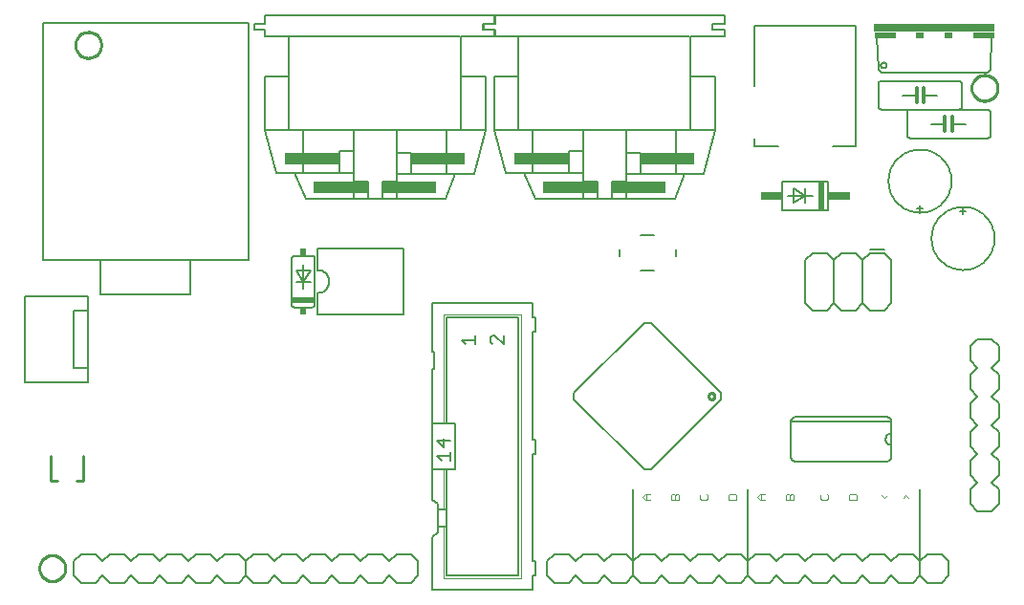
<source format=gto>
G75*
G70*
%OFA0B0*%
%FSLAX24Y24*%
%IPPOS*%
%LPD*%
%AMOC8*
5,1,8,0,0,1.08239X$1,22.5*
%
%ADD10C,0.0040*%
%ADD11C,0.0100*%
%ADD12C,0.0080*%
%ADD13C,0.0060*%
%ADD14C,0.0050*%
%ADD15R,0.4200X0.0300*%
%ADD16R,0.0750X0.0200*%
%ADD17R,0.0300X0.0200*%
%ADD18R,0.0200X0.1000*%
%ADD19R,0.0750X0.0300*%
%ADD20C,0.0120*%
%ADD21R,0.0800X0.0200*%
%ADD22R,0.0200X0.0250*%
%ADD23R,0.1900X0.0400*%
%ADD24C,0.0020*%
D10*
X021658Y003428D02*
X021752Y003521D01*
X021939Y003521D01*
X021798Y003521D02*
X021798Y003335D01*
X021752Y003335D02*
X021658Y003428D01*
X021752Y003335D02*
X021939Y003335D01*
X022658Y003335D02*
X022658Y003475D01*
X022705Y003521D01*
X022752Y003521D01*
X022798Y003475D01*
X022798Y003335D01*
X022658Y003335D02*
X022939Y003335D01*
X022939Y003475D01*
X022892Y003521D01*
X022845Y003521D01*
X022798Y003475D01*
X023658Y003475D02*
X023658Y003381D01*
X023705Y003335D01*
X023892Y003335D01*
X023939Y003381D01*
X023939Y003475D01*
X023892Y003521D01*
X023705Y003521D02*
X023658Y003475D01*
X024658Y003475D02*
X024658Y003335D01*
X024939Y003335D01*
X024939Y003475D01*
X024892Y003521D01*
X024705Y003521D01*
X024658Y003475D01*
X025658Y003428D02*
X025752Y003521D01*
X025939Y003521D01*
X025798Y003521D02*
X025798Y003335D01*
X025752Y003335D02*
X025658Y003428D01*
X025752Y003335D02*
X025939Y003335D01*
X026658Y003335D02*
X026658Y003475D01*
X026705Y003521D01*
X026752Y003521D01*
X026798Y003475D01*
X026798Y003335D01*
X026658Y003335D02*
X026939Y003335D01*
X026939Y003475D01*
X026892Y003521D01*
X026845Y003521D01*
X026798Y003475D01*
X027846Y003475D02*
X027846Y003381D01*
X027893Y003335D01*
X028079Y003335D01*
X028126Y003381D01*
X028126Y003475D01*
X028079Y003521D01*
X027893Y003521D02*
X027846Y003475D01*
X028846Y003475D02*
X028846Y003335D01*
X029126Y003335D01*
X029126Y003475D01*
X029079Y003521D01*
X028893Y003521D01*
X028846Y003475D01*
X030002Y003483D02*
X030095Y003389D01*
X030189Y003483D01*
X030746Y003389D02*
X030840Y003482D01*
X030933Y003389D01*
D11*
X000633Y000940D02*
X000635Y000982D01*
X000641Y001024D01*
X000651Y001065D01*
X000664Y001105D01*
X000682Y001144D01*
X000703Y001181D01*
X000727Y001215D01*
X000754Y001247D01*
X000784Y001277D01*
X000817Y001304D01*
X000852Y001327D01*
X000890Y001347D01*
X000929Y001363D01*
X000969Y001376D01*
X001010Y001385D01*
X001052Y001390D01*
X001095Y001391D01*
X001137Y001388D01*
X001178Y001381D01*
X001219Y001370D01*
X001259Y001356D01*
X001297Y001337D01*
X001333Y001316D01*
X001368Y001291D01*
X001399Y001263D01*
X001428Y001232D01*
X001454Y001198D01*
X001476Y001162D01*
X001495Y001125D01*
X001511Y001085D01*
X001523Y001045D01*
X001531Y001003D01*
X001535Y000961D01*
X001535Y000919D01*
X001531Y000877D01*
X001523Y000835D01*
X001511Y000795D01*
X001495Y000755D01*
X001476Y000718D01*
X001454Y000682D01*
X001428Y000648D01*
X001399Y000617D01*
X001368Y000589D01*
X001333Y000564D01*
X001297Y000543D01*
X001259Y000524D01*
X001219Y000510D01*
X001178Y000499D01*
X001137Y000492D01*
X001095Y000489D01*
X001052Y000490D01*
X001010Y000495D01*
X000969Y000504D01*
X000929Y000517D01*
X000890Y000533D01*
X000852Y000553D01*
X000817Y000576D01*
X000784Y000603D01*
X000754Y000633D01*
X000727Y000665D01*
X000703Y000699D01*
X000682Y000736D01*
X000664Y000775D01*
X000651Y000815D01*
X000641Y000856D01*
X000635Y000898D01*
X000633Y000940D01*
X001013Y004001D02*
X001249Y004001D01*
X001013Y004001D02*
X001013Y004847D01*
X002154Y004847D02*
X002154Y004001D01*
X001918Y004001D01*
X023950Y006940D02*
X023952Y006960D01*
X023957Y006980D01*
X023967Y006998D01*
X023979Y007015D01*
X023994Y007029D01*
X024012Y007039D01*
X024031Y007047D01*
X024051Y007051D01*
X024071Y007051D01*
X024091Y007047D01*
X024110Y007039D01*
X024128Y007029D01*
X024143Y007015D01*
X024155Y006998D01*
X024165Y006980D01*
X024170Y006960D01*
X024172Y006940D01*
X024170Y006920D01*
X024165Y006900D01*
X024155Y006882D01*
X024143Y006865D01*
X024128Y006851D01*
X024110Y006841D01*
X024091Y006833D01*
X024071Y006829D01*
X024051Y006829D01*
X024031Y006833D01*
X024012Y006841D01*
X023994Y006851D01*
X023979Y006865D01*
X023967Y006882D01*
X023957Y006900D01*
X023952Y006920D01*
X023950Y006940D01*
X033133Y017690D02*
X033135Y017732D01*
X033141Y017774D01*
X033151Y017815D01*
X033164Y017855D01*
X033182Y017894D01*
X033203Y017931D01*
X033227Y017965D01*
X033254Y017997D01*
X033284Y018027D01*
X033317Y018054D01*
X033352Y018077D01*
X033390Y018097D01*
X033429Y018113D01*
X033469Y018126D01*
X033510Y018135D01*
X033552Y018140D01*
X033595Y018141D01*
X033637Y018138D01*
X033678Y018131D01*
X033719Y018120D01*
X033759Y018106D01*
X033797Y018087D01*
X033833Y018066D01*
X033868Y018041D01*
X033899Y018013D01*
X033928Y017982D01*
X033954Y017948D01*
X033976Y017912D01*
X033995Y017875D01*
X034011Y017835D01*
X034023Y017795D01*
X034031Y017753D01*
X034035Y017711D01*
X034035Y017669D01*
X034031Y017627D01*
X034023Y017585D01*
X034011Y017545D01*
X033995Y017505D01*
X033976Y017468D01*
X033954Y017432D01*
X033928Y017398D01*
X033899Y017367D01*
X033868Y017339D01*
X033833Y017314D01*
X033797Y017293D01*
X033759Y017274D01*
X033719Y017260D01*
X033678Y017249D01*
X033637Y017242D01*
X033595Y017239D01*
X033552Y017240D01*
X033510Y017245D01*
X033469Y017254D01*
X033429Y017267D01*
X033390Y017283D01*
X033352Y017303D01*
X033317Y017326D01*
X033284Y017353D01*
X033254Y017383D01*
X033227Y017415D01*
X033203Y017449D01*
X033182Y017486D01*
X033164Y017525D01*
X033151Y017565D01*
X033141Y017606D01*
X033135Y017648D01*
X033133Y017690D01*
X001883Y019190D02*
X001885Y019232D01*
X001891Y019274D01*
X001901Y019315D01*
X001914Y019355D01*
X001932Y019394D01*
X001953Y019431D01*
X001977Y019465D01*
X002004Y019497D01*
X002034Y019527D01*
X002067Y019554D01*
X002102Y019577D01*
X002140Y019597D01*
X002179Y019613D01*
X002219Y019626D01*
X002260Y019635D01*
X002302Y019640D01*
X002345Y019641D01*
X002387Y019638D01*
X002428Y019631D01*
X002469Y019620D01*
X002509Y019606D01*
X002547Y019587D01*
X002583Y019566D01*
X002618Y019541D01*
X002649Y019513D01*
X002678Y019482D01*
X002704Y019448D01*
X002726Y019412D01*
X002745Y019375D01*
X002761Y019335D01*
X002773Y019295D01*
X002781Y019253D01*
X002785Y019211D01*
X002785Y019169D01*
X002781Y019127D01*
X002773Y019085D01*
X002761Y019045D01*
X002745Y019005D01*
X002726Y018968D01*
X002704Y018932D01*
X002678Y018898D01*
X002649Y018867D01*
X002618Y018839D01*
X002583Y018814D01*
X002547Y018793D01*
X002509Y018774D01*
X002469Y018760D01*
X002428Y018749D01*
X002387Y018742D01*
X002345Y018739D01*
X002302Y018740D01*
X002260Y018745D01*
X002219Y018754D01*
X002179Y018767D01*
X002140Y018783D01*
X002102Y018803D01*
X002067Y018826D01*
X002034Y018853D01*
X002004Y018883D01*
X001977Y018915D01*
X001953Y018949D01*
X001932Y018986D01*
X001914Y019025D01*
X001901Y019065D01*
X001891Y019106D01*
X001885Y019148D01*
X001883Y019190D01*
D12*
X020849Y012058D02*
X020849Y011822D01*
X021597Y011310D02*
X022070Y011310D01*
X022818Y011822D02*
X022818Y012058D01*
X022070Y012570D02*
X021597Y012570D01*
X021722Y009501D02*
X021945Y009501D01*
X024395Y007051D01*
X024395Y006828D01*
X021945Y004379D01*
X021722Y004379D01*
X019272Y006828D01*
X019272Y007051D01*
X021722Y009501D01*
X027334Y010190D02*
X027584Y009940D01*
X028084Y009940D01*
X028334Y010190D01*
X028334Y011690D01*
X028084Y011940D01*
X027584Y011940D01*
X027334Y011690D01*
X027334Y010190D01*
X028334Y010190D02*
X028584Y009940D01*
X029084Y009940D01*
X029334Y010190D01*
X029334Y011690D01*
X029084Y011940D01*
X028584Y011940D01*
X028334Y011690D01*
X029334Y011690D02*
X029584Y011940D01*
X030084Y011940D01*
X030334Y011690D01*
X030334Y010190D01*
X030084Y009940D01*
X029584Y009940D01*
X029334Y010190D01*
X029584Y012072D02*
X030084Y012072D01*
X033334Y008940D02*
X033834Y008940D01*
X034084Y008690D01*
X034084Y008190D01*
X033834Y007940D01*
X034084Y007690D01*
X034084Y007190D01*
X033834Y006940D01*
X034084Y006690D01*
X034084Y006190D01*
X033834Y005940D01*
X034084Y005690D01*
X034084Y005190D01*
X033834Y004940D01*
X034084Y004690D01*
X034084Y004190D01*
X033834Y003940D01*
X034084Y003690D01*
X034084Y003190D01*
X033834Y002940D01*
X033334Y002940D01*
X033084Y003190D01*
X033084Y003690D01*
X033334Y003940D01*
X033084Y004190D01*
X033084Y004690D01*
X033334Y004940D01*
X033084Y005190D01*
X033084Y005690D01*
X033334Y005940D01*
X033084Y006190D01*
X033084Y006690D01*
X033334Y006940D01*
X033084Y007190D01*
X033084Y007690D01*
X033334Y007940D01*
X033084Y008190D01*
X033084Y008690D01*
X033334Y008940D01*
X031334Y003690D02*
X031334Y000690D01*
X031584Y000440D01*
X032084Y000440D01*
X032334Y000690D01*
X032334Y001190D01*
X032084Y001440D01*
X031584Y001440D01*
X031334Y001190D01*
X031084Y001440D01*
X030584Y001440D01*
X030334Y001190D01*
X030084Y001440D01*
X029584Y001440D01*
X029334Y001190D01*
X029084Y001440D01*
X028584Y001440D01*
X028334Y001190D01*
X028084Y001440D01*
X027584Y001440D01*
X027334Y001190D01*
X027084Y001440D01*
X026584Y001440D01*
X026334Y001190D01*
X026084Y001440D01*
X025584Y001440D01*
X025334Y001190D01*
X025334Y000690D01*
X025084Y000440D01*
X024584Y000440D01*
X024334Y000690D01*
X024084Y000440D01*
X023584Y000440D01*
X023334Y000690D01*
X023084Y000440D01*
X022584Y000440D01*
X022334Y000690D01*
X022084Y000440D01*
X021584Y000440D01*
X021334Y000690D01*
X021334Y001190D01*
X021584Y001440D01*
X022084Y001440D01*
X022334Y001190D01*
X022584Y001440D01*
X023084Y001440D01*
X023334Y001190D01*
X023584Y001440D01*
X024084Y001440D01*
X024334Y001190D01*
X024584Y001440D01*
X025084Y001440D01*
X025334Y001190D01*
X025334Y000690D01*
X025584Y000440D01*
X026084Y000440D01*
X026334Y000690D01*
X026584Y000440D01*
X027084Y000440D01*
X027334Y000690D01*
X027584Y000440D01*
X028084Y000440D01*
X028334Y000690D01*
X028584Y000440D01*
X029084Y000440D01*
X029334Y000690D01*
X029584Y000440D01*
X030084Y000440D01*
X030334Y000690D01*
X030584Y000440D01*
X031084Y000440D01*
X031334Y000690D01*
X025334Y001190D02*
X025334Y003690D01*
X021334Y003690D02*
X021334Y001190D01*
X021084Y001440D01*
X020584Y001440D01*
X020334Y001190D01*
X020084Y001440D01*
X019584Y001440D01*
X019334Y001190D01*
X019084Y001440D01*
X018584Y001440D01*
X018334Y001190D01*
X018334Y000690D01*
X018584Y000440D01*
X019084Y000440D01*
X019334Y000690D01*
X019584Y000440D01*
X020084Y000440D01*
X020334Y000690D01*
X020584Y000440D01*
X021084Y000440D01*
X021334Y000690D01*
X021334Y001190D01*
X013834Y001190D02*
X013834Y000690D01*
X013584Y000440D01*
X013084Y000440D01*
X012834Y000690D01*
X012584Y000440D01*
X012084Y000440D01*
X011834Y000690D01*
X011584Y000440D01*
X011084Y000440D01*
X010834Y000690D01*
X010584Y000440D01*
X010084Y000440D01*
X009834Y000690D01*
X009584Y000440D01*
X009084Y000440D01*
X008834Y000690D01*
X008584Y000440D01*
X008084Y000440D01*
X007834Y000690D01*
X007834Y001190D01*
X007584Y001440D01*
X007084Y001440D01*
X006834Y001190D01*
X006584Y001440D01*
X006084Y001440D01*
X005834Y001190D01*
X005584Y001440D01*
X005084Y001440D01*
X004834Y001190D01*
X004584Y001440D01*
X004084Y001440D01*
X003834Y001190D01*
X003584Y001440D01*
X003084Y001440D01*
X002834Y001190D01*
X002584Y001440D01*
X002084Y001440D01*
X001834Y001190D01*
X001834Y000690D01*
X002084Y000440D01*
X002584Y000440D01*
X002834Y000690D01*
X003084Y000440D01*
X003584Y000440D01*
X003834Y000690D01*
X004084Y000440D01*
X004584Y000440D01*
X004834Y000690D01*
X005084Y000440D01*
X005584Y000440D01*
X005834Y000690D01*
X006084Y000440D01*
X006584Y000440D01*
X006834Y000690D01*
X007084Y000440D01*
X007584Y000440D01*
X007834Y000690D01*
X007834Y001190D01*
X008084Y001440D01*
X008584Y001440D01*
X008834Y001190D01*
X009084Y001440D01*
X009584Y001440D01*
X009834Y001190D01*
X010084Y001440D01*
X010584Y001440D01*
X010834Y001190D01*
X011084Y001440D01*
X011584Y001440D01*
X011834Y001190D01*
X012084Y001440D01*
X012584Y001440D01*
X012834Y001190D01*
X013084Y001440D01*
X013584Y001440D01*
X013834Y001190D01*
X025562Y015646D02*
X025562Y015922D01*
X025562Y015646D02*
X026389Y015646D01*
X028278Y015646D02*
X029105Y015646D01*
X029105Y019859D01*
X025562Y019859D01*
X025562Y017772D01*
D13*
X024184Y018090D02*
X024184Y016240D01*
X023334Y016240D01*
X023334Y018090D01*
X024184Y018090D01*
X023334Y018090D02*
X023334Y019490D01*
X024534Y019490D01*
X024534Y019740D01*
X024084Y019740D01*
X024084Y019940D01*
X024534Y019940D01*
X024534Y020240D01*
X016484Y020240D01*
X016484Y019940D01*
X016134Y019940D01*
X016134Y019740D01*
X016484Y019740D01*
X016484Y019490D01*
X017334Y019490D01*
X023284Y019490D01*
X023334Y016240D02*
X021084Y016240D01*
X021084Y015440D01*
X021584Y015440D01*
X021584Y014690D01*
X022834Y014690D01*
X023134Y014690D01*
X023784Y014690D01*
X024184Y016240D01*
X022834Y016240D02*
X022834Y014690D01*
X023134Y014690D02*
X022784Y013840D01*
X021084Y013840D01*
X020584Y013840D01*
X020084Y013840D01*
X020084Y014440D01*
X019584Y014440D01*
X019584Y014740D01*
X019084Y014740D01*
X019084Y015490D01*
X019584Y015490D01*
X019584Y016240D01*
X021084Y016240D01*
X021084Y015440D02*
X021084Y014690D01*
X021084Y014440D01*
X020584Y014440D01*
X020584Y013840D01*
X020084Y013840D02*
X019584Y013840D01*
X019584Y014440D01*
X019584Y014740D02*
X019584Y015490D01*
X019084Y014740D02*
X017834Y014740D01*
X017834Y016240D01*
X017334Y016240D02*
X017334Y018090D01*
X016484Y018090D01*
X016484Y016240D01*
X017334Y016240D01*
X019584Y016240D01*
X021084Y014690D02*
X021584Y014690D01*
X021084Y014440D02*
X021084Y013840D01*
X019584Y013840D02*
X017934Y013840D01*
X017534Y014740D01*
X017834Y014740D01*
X017534Y014740D02*
X016884Y014740D01*
X016484Y016240D01*
X016184Y016240D02*
X015334Y016240D01*
X015334Y018090D01*
X016184Y018090D01*
X016184Y016240D01*
X015784Y014690D01*
X015134Y014690D01*
X014784Y013840D01*
X013084Y013840D01*
X012584Y013840D01*
X012084Y013840D01*
X012084Y014440D01*
X011584Y014440D01*
X011584Y014740D01*
X011084Y014740D01*
X011084Y015490D01*
X011584Y015490D01*
X011584Y016240D01*
X013084Y016240D01*
X013084Y015440D01*
X013584Y015440D01*
X013584Y014690D01*
X014834Y014690D01*
X015134Y014690D01*
X014834Y014690D02*
X014834Y016240D01*
X015334Y016240D02*
X013084Y016240D01*
X013084Y015440D02*
X013084Y014690D01*
X013084Y014440D01*
X012584Y014440D01*
X012584Y013840D01*
X013084Y013840D02*
X013084Y014440D01*
X013084Y014690D02*
X013584Y014690D01*
X012084Y013840D02*
X011584Y013840D01*
X011584Y014440D01*
X011584Y014740D02*
X011584Y015490D01*
X011084Y014740D02*
X009834Y014740D01*
X009834Y016240D01*
X009334Y016240D02*
X009334Y018090D01*
X008484Y018090D01*
X008484Y016240D01*
X009334Y016240D01*
X011584Y016240D01*
X009834Y014740D02*
X009534Y014740D01*
X008884Y014740D01*
X008484Y016240D01*
X009534Y014740D02*
X009934Y013840D01*
X011584Y013840D01*
X010334Y012090D02*
X010334Y011340D01*
X010084Y011340D02*
X009834Y010940D01*
X010084Y010940D01*
X010334Y010540D02*
X010373Y010542D01*
X010412Y010548D01*
X010450Y010557D01*
X010487Y010570D01*
X010523Y010587D01*
X010556Y010607D01*
X010588Y010631D01*
X010617Y010657D01*
X010643Y010686D01*
X010667Y010718D01*
X010687Y010751D01*
X010704Y010787D01*
X010717Y010824D01*
X010726Y010862D01*
X010732Y010901D01*
X010734Y010940D01*
X010732Y010979D01*
X010726Y011018D01*
X010717Y011056D01*
X010704Y011093D01*
X010687Y011129D01*
X010667Y011162D01*
X010643Y011194D01*
X010617Y011223D01*
X010588Y011249D01*
X010556Y011273D01*
X010523Y011293D01*
X010487Y011310D01*
X010450Y011323D01*
X010412Y011332D01*
X010373Y011338D01*
X010334Y011340D01*
X010084Y011340D02*
X009584Y011340D01*
X009834Y010940D01*
X009584Y010940D01*
X009834Y010940D02*
X009834Y010690D01*
X009834Y010940D02*
X009834Y011540D01*
X010134Y011840D02*
X010151Y011838D01*
X010168Y011834D01*
X010184Y011827D01*
X010198Y011817D01*
X010211Y011804D01*
X010221Y011790D01*
X010228Y011774D01*
X010232Y011757D01*
X010234Y011740D01*
X010234Y010140D01*
X010232Y010123D01*
X010228Y010106D01*
X010221Y010090D01*
X010211Y010076D01*
X010198Y010063D01*
X010184Y010053D01*
X010168Y010046D01*
X010151Y010042D01*
X010134Y010040D01*
X009534Y010040D01*
X009517Y010042D01*
X009500Y010046D01*
X009484Y010053D01*
X009470Y010063D01*
X009457Y010076D01*
X009447Y010090D01*
X009440Y010106D01*
X009436Y010123D01*
X009434Y010140D01*
X009434Y011740D01*
X009436Y011757D01*
X009440Y011774D01*
X009447Y011790D01*
X009457Y011804D01*
X009470Y011817D01*
X009484Y011827D01*
X009500Y011834D01*
X009517Y011838D01*
X009534Y011840D01*
X010134Y011840D01*
X010334Y012090D02*
X013334Y012090D01*
X013334Y009790D01*
X010334Y009790D01*
X010334Y010540D01*
X014334Y010190D02*
X014334Y008490D01*
X014384Y008490D01*
X014384Y007890D01*
X014334Y007890D01*
X014334Y005990D01*
X014734Y005990D01*
X014834Y005990D01*
X014834Y009690D01*
X017334Y009690D01*
X017334Y000690D01*
X014834Y000690D01*
X014834Y002390D01*
X014834Y002990D01*
X014834Y004390D01*
X014734Y004390D01*
X014334Y004390D01*
X014334Y005990D01*
X014834Y005990D02*
X015134Y005990D01*
X015134Y004390D01*
X014834Y004390D01*
X014334Y004390D02*
X014334Y003340D01*
X014534Y003190D01*
X014534Y002990D01*
X014534Y002390D01*
X014734Y002390D01*
X014834Y002390D01*
X014534Y002390D02*
X014534Y002190D01*
X014334Y002040D01*
X014334Y000190D01*
X017834Y000190D01*
X017834Y000690D01*
X017934Y000690D01*
X017934Y001190D01*
X017834Y001190D01*
X017834Y004940D01*
X017934Y004940D01*
X017934Y005440D01*
X017834Y005440D01*
X017834Y009190D01*
X017934Y009190D01*
X017934Y009690D01*
X017834Y009690D01*
X017834Y010190D01*
X014334Y010190D01*
X014534Y002990D02*
X014734Y002990D01*
X014834Y002990D01*
X026834Y004820D02*
X026834Y006060D01*
X026834Y006070D02*
X030334Y006070D01*
X030334Y006060D02*
X030334Y005640D01*
X030334Y005240D01*
X030334Y004820D01*
X030332Y004797D01*
X030327Y004774D01*
X030318Y004752D01*
X030305Y004732D01*
X030290Y004714D01*
X030272Y004699D01*
X030252Y004686D01*
X030230Y004677D01*
X030207Y004672D01*
X030184Y004670D01*
X026984Y004670D01*
X026961Y004672D01*
X026938Y004677D01*
X026916Y004686D01*
X026896Y004699D01*
X026878Y004714D01*
X026863Y004732D01*
X026850Y004752D01*
X026841Y004774D01*
X026836Y004797D01*
X026834Y004820D01*
X026834Y006060D02*
X026836Y006083D01*
X026841Y006106D01*
X026850Y006128D01*
X026863Y006148D01*
X026878Y006166D01*
X026896Y006181D01*
X026916Y006194D01*
X026938Y006203D01*
X026961Y006208D01*
X026984Y006210D01*
X030184Y006210D01*
X030207Y006208D01*
X030230Y006203D01*
X030252Y006194D01*
X030272Y006181D01*
X030290Y006166D01*
X030305Y006148D01*
X030318Y006128D01*
X030327Y006106D01*
X030332Y006083D01*
X030334Y006060D01*
X030334Y005640D02*
X030307Y005638D01*
X030280Y005633D01*
X030254Y005623D01*
X030230Y005611D01*
X030208Y005595D01*
X030188Y005577D01*
X030171Y005555D01*
X030156Y005532D01*
X030146Y005507D01*
X030138Y005481D01*
X030134Y005454D01*
X030134Y005426D01*
X030138Y005399D01*
X030146Y005373D01*
X030156Y005348D01*
X030171Y005325D01*
X030188Y005303D01*
X030208Y005285D01*
X030230Y005269D01*
X030254Y005257D01*
X030280Y005247D01*
X030307Y005242D01*
X030334Y005240D01*
X031734Y012440D02*
X031736Y012506D01*
X031742Y012571D01*
X031752Y012636D01*
X031765Y012701D01*
X031783Y012764D01*
X031804Y012827D01*
X031829Y012887D01*
X031858Y012947D01*
X031890Y013004D01*
X031925Y013060D01*
X031964Y013113D01*
X032006Y013164D01*
X032050Y013212D01*
X032098Y013257D01*
X032148Y013300D01*
X032201Y013339D01*
X032256Y013376D01*
X032313Y013409D01*
X032372Y013438D01*
X032432Y013464D01*
X032494Y013486D01*
X032557Y013505D01*
X032621Y013519D01*
X032686Y013530D01*
X032752Y013537D01*
X032818Y013540D01*
X032883Y013539D01*
X032949Y013534D01*
X033014Y013525D01*
X033079Y013512D01*
X033142Y013496D01*
X033205Y013476D01*
X033266Y013451D01*
X033326Y013424D01*
X033384Y013393D01*
X033440Y013358D01*
X033494Y013320D01*
X033545Y013279D01*
X033594Y013235D01*
X033640Y013188D01*
X033684Y013139D01*
X033724Y013087D01*
X033761Y013032D01*
X033795Y012976D01*
X033825Y012917D01*
X033852Y012857D01*
X033875Y012796D01*
X033894Y012733D01*
X033910Y012669D01*
X033922Y012604D01*
X033930Y012539D01*
X033934Y012473D01*
X033934Y012407D01*
X033930Y012341D01*
X033922Y012276D01*
X033910Y012211D01*
X033894Y012147D01*
X033875Y012084D01*
X033852Y012023D01*
X033825Y011963D01*
X033795Y011904D01*
X033761Y011848D01*
X033724Y011793D01*
X033684Y011741D01*
X033640Y011692D01*
X033594Y011645D01*
X033545Y011601D01*
X033494Y011560D01*
X033440Y011522D01*
X033384Y011487D01*
X033326Y011456D01*
X033266Y011429D01*
X033205Y011404D01*
X033142Y011384D01*
X033079Y011368D01*
X033014Y011355D01*
X032949Y011346D01*
X032883Y011341D01*
X032818Y011340D01*
X032752Y011343D01*
X032686Y011350D01*
X032621Y011361D01*
X032557Y011375D01*
X032494Y011394D01*
X032432Y011416D01*
X032372Y011442D01*
X032313Y011471D01*
X032256Y011504D01*
X032201Y011541D01*
X032148Y011580D01*
X032098Y011623D01*
X032050Y011668D01*
X032006Y011716D01*
X031964Y011767D01*
X031925Y011820D01*
X031890Y011876D01*
X031858Y011933D01*
X031829Y011993D01*
X031804Y012053D01*
X031783Y012116D01*
X031765Y012179D01*
X031752Y012244D01*
X031742Y012309D01*
X031736Y012374D01*
X031734Y012440D01*
X032834Y013290D02*
X032834Y013490D01*
X032734Y013390D02*
X032934Y013390D01*
X031434Y013490D02*
X031234Y013490D01*
X031334Y013590D02*
X031334Y013390D01*
X030234Y014440D02*
X030236Y014506D01*
X030242Y014571D01*
X030252Y014636D01*
X030265Y014701D01*
X030283Y014764D01*
X030304Y014827D01*
X030329Y014887D01*
X030358Y014947D01*
X030390Y015004D01*
X030425Y015060D01*
X030464Y015113D01*
X030506Y015164D01*
X030550Y015212D01*
X030598Y015257D01*
X030648Y015300D01*
X030701Y015339D01*
X030756Y015376D01*
X030813Y015409D01*
X030872Y015438D01*
X030932Y015464D01*
X030994Y015486D01*
X031057Y015505D01*
X031121Y015519D01*
X031186Y015530D01*
X031252Y015537D01*
X031318Y015540D01*
X031383Y015539D01*
X031449Y015534D01*
X031514Y015525D01*
X031579Y015512D01*
X031642Y015496D01*
X031705Y015476D01*
X031766Y015451D01*
X031826Y015424D01*
X031884Y015393D01*
X031940Y015358D01*
X031994Y015320D01*
X032045Y015279D01*
X032094Y015235D01*
X032140Y015188D01*
X032184Y015139D01*
X032224Y015087D01*
X032261Y015032D01*
X032295Y014976D01*
X032325Y014917D01*
X032352Y014857D01*
X032375Y014796D01*
X032394Y014733D01*
X032410Y014669D01*
X032422Y014604D01*
X032430Y014539D01*
X032434Y014473D01*
X032434Y014407D01*
X032430Y014341D01*
X032422Y014276D01*
X032410Y014211D01*
X032394Y014147D01*
X032375Y014084D01*
X032352Y014023D01*
X032325Y013963D01*
X032295Y013904D01*
X032261Y013848D01*
X032224Y013793D01*
X032184Y013741D01*
X032140Y013692D01*
X032094Y013645D01*
X032045Y013601D01*
X031994Y013560D01*
X031940Y013522D01*
X031884Y013487D01*
X031826Y013456D01*
X031766Y013429D01*
X031705Y013404D01*
X031642Y013384D01*
X031579Y013368D01*
X031514Y013355D01*
X031449Y013346D01*
X031383Y013341D01*
X031318Y013340D01*
X031252Y013343D01*
X031186Y013350D01*
X031121Y013361D01*
X031057Y013375D01*
X030994Y013394D01*
X030932Y013416D01*
X030872Y013442D01*
X030813Y013471D01*
X030756Y013504D01*
X030701Y013541D01*
X030648Y013580D01*
X030598Y013623D01*
X030550Y013668D01*
X030506Y013716D01*
X030464Y013767D01*
X030425Y013820D01*
X030390Y013876D01*
X030358Y013933D01*
X030329Y013993D01*
X030304Y014053D01*
X030283Y014116D01*
X030265Y014179D01*
X030252Y014244D01*
X030242Y014309D01*
X030236Y014374D01*
X030234Y014440D01*
X030984Y015940D02*
X033684Y015940D01*
X033701Y015942D01*
X033718Y015946D01*
X033734Y015953D01*
X033748Y015963D01*
X033761Y015976D01*
X033771Y015990D01*
X033778Y016006D01*
X033782Y016023D01*
X033784Y016040D01*
X033784Y016840D01*
X033782Y016857D01*
X033778Y016874D01*
X033771Y016890D01*
X033761Y016904D01*
X033748Y016917D01*
X033734Y016927D01*
X033718Y016934D01*
X033701Y016938D01*
X033684Y016940D01*
X030984Y016940D01*
X030967Y016938D01*
X030950Y016934D01*
X030934Y016927D01*
X030920Y016917D01*
X030907Y016904D01*
X030897Y016890D01*
X030890Y016874D01*
X030886Y016857D01*
X030884Y016840D01*
X030884Y016040D01*
X030886Y016023D01*
X030890Y016006D01*
X030897Y015990D01*
X030907Y015976D01*
X030920Y015963D01*
X030934Y015953D01*
X030950Y015946D01*
X030967Y015942D01*
X030984Y015940D01*
X031734Y016440D02*
X032204Y016440D01*
X032454Y016440D02*
X032934Y016440D01*
X032684Y016940D02*
X029984Y016940D01*
X029967Y016942D01*
X029950Y016946D01*
X029934Y016953D01*
X029920Y016963D01*
X029907Y016976D01*
X029897Y016990D01*
X029890Y017006D01*
X029886Y017023D01*
X029884Y017040D01*
X029884Y017840D01*
X029886Y017857D01*
X029890Y017874D01*
X029897Y017890D01*
X029907Y017904D01*
X029920Y017917D01*
X029934Y017927D01*
X029950Y017934D01*
X029967Y017938D01*
X029984Y017940D01*
X032684Y017940D01*
X032701Y017938D01*
X032718Y017934D01*
X032734Y017927D01*
X032748Y017917D01*
X032761Y017904D01*
X032771Y017890D01*
X032778Y017874D01*
X032782Y017857D01*
X032784Y017840D01*
X032784Y017040D01*
X032782Y017023D01*
X032778Y017006D01*
X032771Y016990D01*
X032761Y016976D01*
X032748Y016963D01*
X032734Y016953D01*
X032718Y016946D01*
X032701Y016942D01*
X032684Y016940D01*
X031934Y017440D02*
X031464Y017440D01*
X031214Y017440D02*
X030734Y017440D01*
X028134Y014440D02*
X026534Y014440D01*
X026534Y013440D01*
X028134Y013440D01*
X028134Y014440D01*
X027334Y014190D02*
X027334Y013940D01*
X027334Y013690D01*
X027334Y013940D02*
X026934Y013690D01*
X026934Y014190D01*
X027334Y013940D01*
X026734Y013940D01*
X027334Y013940D02*
X027584Y013940D01*
X017334Y018090D02*
X017334Y019490D01*
X016534Y019490D02*
X015334Y019490D01*
X015334Y018090D01*
X015284Y019490D02*
X009334Y019490D01*
X008484Y019490D01*
X008484Y019740D01*
X008134Y019740D01*
X008134Y019940D01*
X008484Y019940D01*
X008484Y020240D01*
X016534Y020240D01*
X016534Y019940D01*
X016084Y019940D01*
X016084Y019740D01*
X016534Y019740D01*
X016534Y019490D01*
X009334Y019490D02*
X009334Y018090D01*
D14*
X007916Y019952D02*
X007916Y011685D01*
X005908Y011685D01*
X005908Y010503D01*
X002759Y010503D01*
X002759Y011685D01*
X000751Y011685D01*
X000751Y019952D01*
X007916Y019952D01*
X005908Y011685D02*
X002759Y011685D01*
X002334Y010440D02*
X002334Y009940D01*
X001834Y009940D01*
X001834Y007940D01*
X002334Y007940D01*
X002334Y007440D01*
X000134Y007440D01*
X000134Y010440D01*
X002334Y010440D01*
X002334Y009940D02*
X002334Y007940D01*
X014508Y005379D02*
X014733Y005154D01*
X014733Y005455D01*
X014508Y005379D02*
X014959Y005379D01*
X014959Y004994D02*
X014959Y004694D01*
X014959Y004844D02*
X014508Y004844D01*
X014658Y004694D01*
X015508Y008754D02*
X015358Y008904D01*
X015809Y008904D01*
X015809Y008754D02*
X015809Y009055D01*
X016358Y008979D02*
X016358Y008829D01*
X016433Y008754D01*
X016358Y008979D02*
X016433Y009055D01*
X016508Y009055D01*
X016809Y008754D01*
X016809Y009055D01*
X029884Y018340D02*
X029984Y018240D01*
X033684Y018240D01*
X033784Y018340D01*
X033834Y019490D01*
X029964Y018480D02*
X029966Y018500D01*
X029972Y018518D01*
X029981Y018536D01*
X029993Y018551D01*
X030008Y018563D01*
X030026Y018572D01*
X030044Y018578D01*
X030064Y018580D01*
X030084Y018578D01*
X030102Y018572D01*
X030120Y018563D01*
X030135Y018551D01*
X030147Y018536D01*
X030156Y018518D01*
X030162Y018500D01*
X030164Y018480D01*
X030162Y018460D01*
X030156Y018442D01*
X030147Y018424D01*
X030135Y018409D01*
X030120Y018397D01*
X030102Y018388D01*
X030084Y018382D01*
X030064Y018380D01*
X030044Y018382D01*
X030026Y018388D01*
X030008Y018397D01*
X029993Y018409D01*
X029981Y018424D01*
X029972Y018442D01*
X029966Y018460D01*
X029964Y018480D01*
X029884Y018340D02*
X029834Y019490D01*
D15*
X031834Y019790D03*
D16*
X033559Y019540D03*
X030109Y019540D03*
D17*
X031334Y019540D03*
X032334Y019540D03*
D18*
X027884Y013940D03*
D19*
X028509Y013940D03*
X026159Y013940D03*
D20*
X031214Y017190D02*
X031214Y017440D01*
X031214Y017690D01*
X031464Y017690D02*
X031464Y017440D01*
X031464Y017190D01*
X032204Y016690D02*
X032204Y016440D01*
X032204Y016190D01*
X032454Y016190D02*
X032454Y016440D01*
X032454Y016690D01*
D21*
X009834Y010290D03*
D22*
X009834Y009915D03*
X009834Y011965D03*
D23*
X011134Y014240D03*
X010134Y015240D03*
X013534Y014240D03*
X014534Y015240D03*
X018134Y015240D03*
X019134Y014240D03*
X021534Y014240D03*
X022534Y015240D03*
D24*
X017434Y009790D02*
X014734Y009790D01*
X014734Y005990D01*
X014734Y004390D02*
X014734Y002990D01*
X014734Y002390D02*
X014734Y000590D01*
X017434Y000590D01*
X017434Y009790D01*
M02*

</source>
